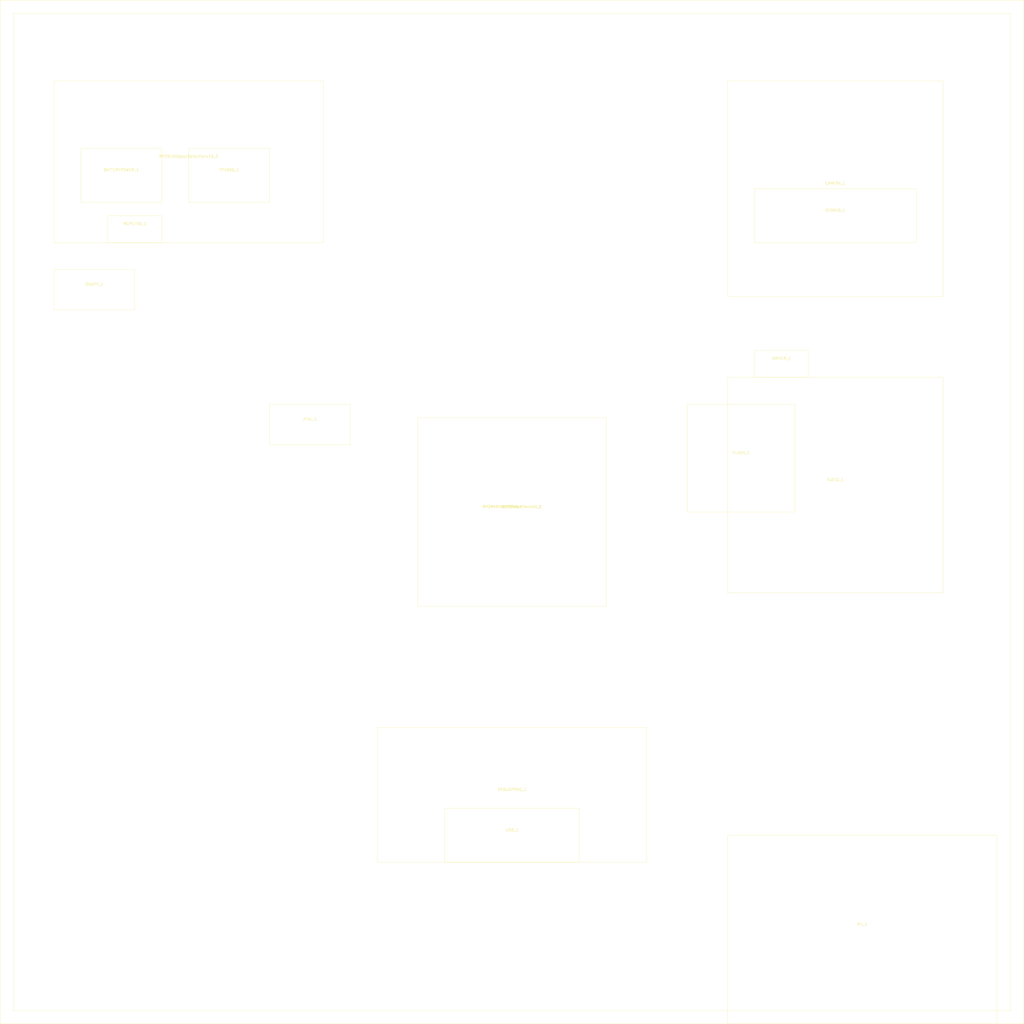
<source format=kicad_pcb>
(kicad_pcb (version 20211014) (generator pcb_export.py)
  (title_block (title "RP2040 Pizza Detection System") (date "2025-05-09") (rev "1.0"))
  (layers (0 "F.Cu" signal) (31 "B.Cu" signal) (34 "B.Paste" user) (35 "F.Paste" user) (36 "B.SilkS" user "B.Silkscreen") (37 "F.SilkS" user "F.Silkscreen") (38 "B.Mask" user) (39 "F.Mask" user) (44 "Edge.Cuts" user))
  (footprint "Converted:Generic" (layer "F.Cu") (at 200.0 200.0)
    (fp_text reference "RP2040ObjectDetectionv10_1" (at 0 -2) (layer "F.SilkS"))
    (fp_text value "RP2040 Object Detection v1.0")
    (fp_rect (start -190.0 -190.0) (end 190.0 190.0) (layer "F.SilkS") (width 0.1))
  )
  (footprint "Converted:Generic" (layer "F.Cu") (at 200.0 200.0)
    (fp_text reference "RP2040ObjectDetectionv10_2" (at 0 -2) (layer "F.SilkS"))
    (fp_text value "RP2040 Object Detection v1.0")
    (fp_rect (start -185.0 -185.0) (end 185.0 185.0) (layer "F.SilkS") (width 0.1))
  )
  (footprint "Converted:Generic" (layer "F.Cu") (at 200.0 200.0)
    (fp_text reference "RP2040_1" (at 0 -2) (layer "F.SilkS"))
    (fp_text value "RP2040")
    (fp_rect (start -35.0 -35.0) (end 35.0 35.0) (layer "F.SilkS") (width 0.1))
  )
  (footprint "Converted:Generic" (layer "F.Cu") (at 285.0 180.0)
    (fp_text reference "FLASH_1" (at 0 -2) (layer "F.SilkS"))
    (fp_text value "FLASH")
    (fp_rect (start -20.0 -20.0) (end 20.0 20.0) (layer "F.SilkS") (width 0.1))
  )
  (footprint "Converted:Generic" (layer "F.Cu") (at 80.0 70.0)
    (fp_text reference "RP2040ObjectDetectionv10_3" (at 0 -2) (layer "F.SilkS"))
    (fp_text value "RP2040 Object Detection v1.0")
    (fp_rect (start -50.0 -30.0) (end 50.0 30.0) (layer "F.SilkS") (width 0.1))
  )
  (footprint "Converted:Generic" (layer "F.Cu") (at 55.0 75.0)
    (fp_text reference "BATTERYPOWER_1" (at 0 -2) (layer "F.SilkS"))
    (fp_text value "BATTERY POWER")
    (fp_rect (start -15.0 -10.0) (end 15.0 10.0) (layer "F.SilkS") (width 0.1))
  )
  (footprint "Converted:Generic" (layer "F.Cu") (at 95.0 75.0)
    (fp_text reference "TP4056_1" (at 0 -2) (layer "F.SilkS"))
    (fp_text value "TP4056")
    (fp_rect (start -15.0 -10.0) (end 15.0 10.0) (layer "F.SilkS") (width 0.1))
  )
  (footprint "Converted:Generic" (layer "F.Cu") (at 60.0 95.0)
    (fp_text reference "MCP1700_1" (at 0 -2) (layer "F.SilkS"))
    (fp_text value "MCP1700")
    (fp_rect (start -10.0 -5.0) (end 10.0 5.0) (layer "F.SilkS") (width 0.1))
  )
  (footprint "Converted:Generic" (layer "F.Cu") (at 320.0 80.0)
    (fp_text reference "CAMERA_1" (at 0 -2) (layer "F.SilkS"))
    (fp_text value "CAMERA")
    (fp_rect (start -40.0 -40.0) (end 40.0 40.0) (layer "F.SilkS") (width 0.1))
  )
  (footprint "Converted:Generic" (layer "F.Cu") (at 320.0 90.0)
    (fp_text reference "OV2640_1" (at 0 -2) (layer "F.SilkS"))
    (fp_text value "OV2640")
    (fp_rect (start -30.0 -10.0) (end 30.0 10.0) (layer "F.SilkS") (width 0.1))
  )
  (footprint "Converted:Generic" (layer "F.Cu") (at 125.0 167.5)
    (fp_text reference "XTAL_1" (at 0 -2) (layer "F.SilkS"))
    (fp_text value "XTAL")
    (fp_rect (start -15.0 -7.5) (end 15.0 7.5) (layer "F.SilkS") (width 0.1))
  )
  (footprint "Converted:Generic" (layer "F.Cu") (at 200.0 305.0)
    (fp_text reference "DEBUGPROG_1" (at 0 -2) (layer "F.SilkS"))
    (fp_text value "DEBUG/PROG")
    (fp_rect (start -50.0 -25.0) (end 50.0 25.0) (layer "F.SilkS") (width 0.1))
  )
  (footprint "Converted:Generic" (layer "F.Cu") (at 200.0 320.0)
    (fp_text reference "USB_1" (at 0 -2) (layer "F.SilkS"))
    (fp_text value "USB")
    (fp_rect (start -25.0 -10.0) (end 25.0 10.0) (layer "F.SilkS") (width 0.1))
  )
  (footprint "Converted:Generic" (layer "F.Cu") (at 320.0 190.0)
    (fp_text reference "AUDIO_1" (at 0 -2) (layer "F.SilkS"))
    (fp_text value "AUDIO")
    (fp_rect (start -40.0 -40.0) (end 40.0 40.0) (layer "F.SilkS") (width 0.1))
  )
  (footprint "Converted:Generic" (layer "F.Cu") (at 300.0 145.0)
    (fp_text reference "DRIVER_1" (at 0 -2) (layer "F.SilkS"))
    (fp_text value "DRIVER")
    (fp_rect (start -10.0 -5.0) (end 10.0 5.0) (layer "F.SilkS") (width 0.1))
  )
  (footprint "Converted:Generic" (layer "F.Cu") (at 45.0 117.5)
    (fp_text reference "ONOFF_1" (at 0 -2) (layer "F.SilkS"))
    (fp_text value "ON/OFF")
    (fp_rect (start -15.0 -7.5) (end 15.0 7.5) (layer "F.SilkS") (width 0.1))
  )
  (footprint "Converted:Generic" (layer "F.Cu") (at 330.0 355.0)
    (fp_text reference "R1_1" (at 0 -2) (layer "F.SilkS"))
    (fp_text value "R1")
    (fp_rect (start -50.0 -35.0) (end 50.0 35.0) (layer "F.SilkS") (width 0.1))
  )
)
</source>
